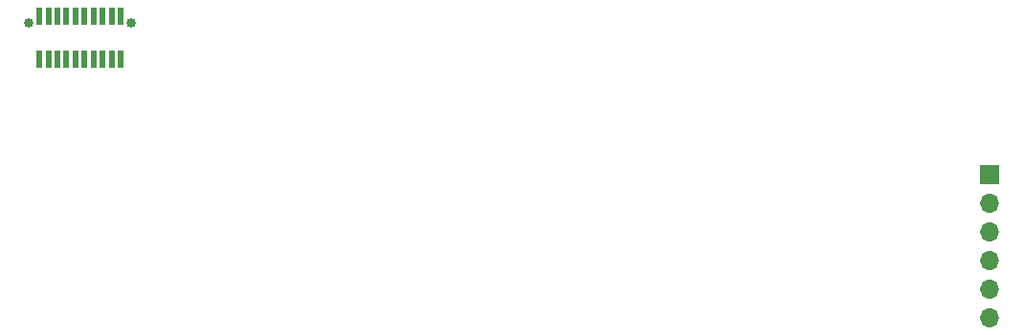
<source format=gbr>
%TF.GenerationSoftware,KiCad,Pcbnew,8.0.2*%
%TF.CreationDate,2024-06-27T20:49:00+03:00*%
%TF.ProjectId,MVBMS,4d56424d-532e-46b6-9963-61645f706362,rev?*%
%TF.SameCoordinates,Original*%
%TF.FileFunction,Soldermask,Bot*%
%TF.FilePolarity,Negative*%
%FSLAX46Y46*%
G04 Gerber Fmt 4.6, Leading zero omitted, Abs format (unit mm)*
G04 Created by KiCad (PCBNEW 8.0.2) date 2024-06-27 20:49:00*
%MOMM*%
%LPD*%
G01*
G04 APERTURE LIST*
%ADD10R,1.700000X1.700000*%
%ADD11O,1.700000X1.700000*%
%ADD12C,0.850000*%
%ADD13R,0.550000X1.500000*%
G04 APERTURE END LIST*
D10*
%TO.C,J0*%
X272500000Y-121150000D03*
D11*
X272500000Y-123690000D03*
X272500000Y-126229999D03*
X272500000Y-128770000D03*
X272500000Y-131310000D03*
X272500000Y-133850000D03*
%TD*%
D12*
%TO.C,J1*%
X196510000Y-107700000D03*
X187510000Y-107700000D03*
D13*
X188410000Y-110900000D03*
X188410000Y-107100000D03*
X189210000Y-110900000D03*
X189210000Y-107100000D03*
X190010000Y-110900000D03*
X190010000Y-107100000D03*
X190810000Y-110900000D03*
X190810000Y-107100000D03*
X191610000Y-110900000D03*
X191610000Y-107100000D03*
X192410000Y-110900000D03*
X192410000Y-107100000D03*
X193210000Y-110900000D03*
X193210000Y-107100000D03*
X194010000Y-110900000D03*
X194010000Y-107100000D03*
X194810000Y-110900000D03*
X194810000Y-107100000D03*
X195610000Y-110900000D03*
X195610000Y-107100000D03*
%TD*%
M02*

</source>
